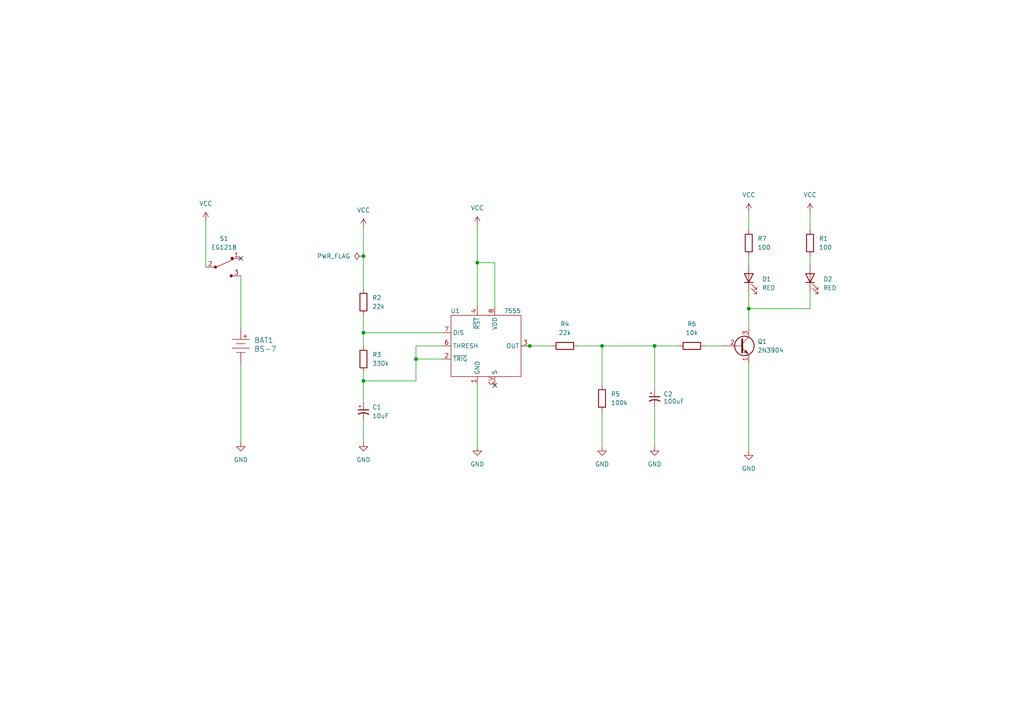
<source format=kicad_sch>
(kicad_sch (version 20230121) (generator eeschema)
  (paper "A4")
  (title_block (title "555 BADGE") (date "2024-01-26") (rev "v01") (comment 3 "License: CC by 4.0") (comment 4 "Author: Eduardo Garza"))
  (lib_symbols
    (symbol "555 Badge Library:7555"
      (property "Reference" "U" (at -8.89 10.16 0))
      (property "Value" "7555" (at 7.62 10.16 0))
      (symbol "7555_0_1"
        (rectangle (start -10.16 8.89) (end 10.16 -8.89))
      )
      (symbol "7555_1_1"
        (pin input line (at -2.54 -11.43 90) (length 2.54) (name "GND") (number "1"))
        (pin input line (at -12.7 -3.81 0) (length 2.54) (name "~{TRIG}") (number "2"))
        (pin input line (at 12.7 0 180) (length 2.54) (name "OUT") (number "3"))
        (pin input line (at -2.54 11.43 270) (length 2.54) (name "~{RST}") (number "4"))
        (pin input line (at -12.7 0 0) (length 2.54) (name "THRESH") (number "6"))
        (pin input line (at -12.7 3.81 0) (length 2.54) (name "DIS") (number "7"))
        (pin input line (at 2.54 11.43 270) (length 2.54) (name "VDD") (number "8"))
        (pin input line (at 2.54 -11.43 90) (length 2.54) (name "5") (number "CV"))
      )
    )
    (symbol "Device:C_Polarized_Small_US" (pin_numbers hide) (pin_names (offset 0.254) hide)
      (property "Reference" "C" (at 0.254 1.778 0))
      (property "Value" "C_Polarized_Small_US" (at 0.254 -2.032 0))
      (symbol "C_Polarized_Small_US_0_1"
        (polyline (pts (xy -1.524 0.508) (xy 1.524 0.508)) (stroke (width 0.3048)))
        (polyline (pts (xy -1.27 1.524) (xy -0.762 1.524)))
        (polyline (pts (xy -1.016 1.27) (xy -1.016 1.778)))
        (arc (start 1.524 -0.762) (mid 0 -0.3734) (end -1.524 -0.762) (stroke (width 0.3048)))
      )
      (symbol "C_Polarized_Small_US_1_1"
        (pin passive line (at 0 2.54 270) (length 2.032) (name "~") (number "1"))
        (pin passive line (at 0 -2.54 90) (length 2.032) (name "~") (number "2"))
      )
    )
    (symbol "Device:LED" (pin_numbers hide) (pin_names (offset 1.016) hide)
      (property "Reference" "D" (at 0 2.54 0))
      (property "Value" "LED" (at 0 -2.54 0))
      (symbol "LED_0_1"
        (polyline (pts (xy -1.27 -1.27) (xy -1.27 1.27)) (stroke (width 0.254)))
        (polyline (pts (xy -1.27 0) (xy 1.27 0)))
        (polyline (pts (xy 1.27 -1.27) (xy 1.27 1.27) (xy -1.27 0) (xy 1.27 -1.27)) (stroke (width 0.254)))
        (polyline (pts (xy -3.048 -0.762) (xy -4.572 -2.286) (xy -3.81 -2.286) (xy -4.572 -2.286) (xy -4.572 -1.524)))
        (polyline (pts (xy -1.778 -0.762) (xy -3.302 -2.286) (xy -2.54 -2.286) (xy -3.302 -2.286) (xy -3.302 -1.524)))
      )
      (symbol "LED_1_1"
        (pin passive line (at -3.81 0 0) (length 2.54) (name "K") (number "1"))
        (pin passive line (at 3.81 0 180) (length 2.54) (name "A") (number "2"))
      )
    )
    (symbol "Device:R" (pin_numbers hide) (pin_names (offset 0))
      (property "Reference" "R" (at 2.032 0 90))
      (property "Value" "R" (at 0 0 90))
      (symbol "R_0_1"
        (rectangle (start -1.016 -2.54) (end 1.016 2.54) (stroke (width 0.254)))
      )
      (symbol "R_1_1"
        (pin passive line (at 0 3.81 270) (length 1.27) (name "~") (number "1"))
        (pin passive line (at 0 -3.81 90) (length 1.27) (name "~") (number "2"))
      )
    )
    (symbol "Transistor_BJT:2N3904" (pin_names (offset 0) hide)
      (property "Reference" "Q" (at 5.08 1.905 0))
      (property "Value" "2N3904" (at 5.08 0 0))
      (symbol "2N3904_0_1"
        (polyline (pts (xy 0.635 0.635) (xy 2.54 2.54)))
        (polyline (pts (xy 0.635 -0.635) (xy 2.54 -2.54) (xy 2.54 -2.54)))
        (polyline (pts (xy 0.635 1.905) (xy 0.635 -1.905) (xy 0.635 -1.905)) (stroke (width 0.508)))
        (polyline (pts (xy 1.27 -1.778) (xy 1.778 -1.27) (xy 2.286 -2.286) (xy 1.27 -1.778) (xy 1.27 -1.778)) (fill (type outline)))
        (circle (center 1.27 0) (radius 2.8194) (stroke (width 0.254)))
      )
      (symbol "2N3904_1_1"
        (pin passive line (at 2.54 -5.08 90) (length 2.54) (name "E") (number "1"))
        (pin passive line (at -5.08 0 0) (length 5.715) (name "B") (number "2"))
        (pin passive line (at 2.54 5.08 270) (length 2.54) (name "C") (number "3"))
      )
    )
    (symbol "dk_Battery-Holders-Clips-Contacts:BS-7" (pin_numbers hide) (pin_names (offset 1.016))
      (property "Reference" "BAT" (at -1.27 3.81 0))
      (property "Value" "BS-7" (at -1.27 -3.81 0))
      (symbol "BS-7_1_1"
        (polyline (pts (xy 0 -2.54) (xy 0 -1.905)))
        (polyline (pts (xy 0 1.905) (xy 0 2.54)))
        (polyline (pts (xy 1.27 -1.905) (xy -1.27 -1.905)))
        (polyline (pts (xy 1.27 0.635) (xy -1.27 0.635)))
        (polyline (pts (xy 1.27 2.286) (xy 1.27 3.302)))
        (polyline (pts (xy 1.778 2.794) (xy 0.762 2.794)))
        (polyline (pts (xy 2.54 -0.635) (xy -2.54 -0.635)))
        (polyline (pts (xy 2.54 1.905) (xy -2.54 1.905)))
        (pin power_out line (at 0 -5.08 90) (length 2.54) (name "~") (number "Neg"))
        (pin power_out line (at 0 5.08 270) (length 2.54) (name "~") (number "Pos"))
      )
    )
    (symbol "dk_Slide-Switches:EG1218" (pin_names (offset 0))
      (property "Reference" "S" (at -3.81 2.286 0))
      (property "Value" "EG1218" (at 0 -5.334 0))
      (symbol "EG1218_0_1"
        (circle (center -2.286 0) (radius 0.3556) (fill (type outline)))
        (polyline (pts (xy -2.032 0) (xy 3.048 2.286)))
        (circle (center 2.286 -2.54) (radius 0.3556) (fill (type outline)))
        (circle (center 2.54 2.54) (radius 0.3556) (fill (type outline)))
      )
      (symbol "EG1218_1_1"
        (pin passive line (at 5.08 2.54 180) (length 2.54) (name "~") (number "1"))
        (pin passive line (at -5.08 0 0) (length 2.54) (name "~") (number "2"))
        (pin passive line (at 5.08 -2.54 180) (length 2.54) (name "~") (number "3"))
      )
    )
    (symbol "power:GND" (power) (pin_names (offset 0))
      (property "Value" "GND" (at 0 -3.81 0))
      (symbol "GND_0_1"
        (polyline (pts (xy 0 0) (xy 0 -1.27) (xy 1.27 -1.27) (xy 0 -2.54) (xy -1.27 -1.27) (xy 0 -1.27)))
      )
      (symbol "GND_1_1"
        (pin power_in line (at 0 0 270) (length 0) hide (name "GND") (number "1"))
      )
    )
    (symbol "power:PWR_FLAG" (power) (pin_numbers hide) (pin_names (offset 0) hide)
      (property "Value" "PWR_FLAG" (at 0 3.81 0))
      (symbol "PWR_FLAG_0_0"
        (pin power_out line (at 0 0 90) (length 0) (name "pwr") (number "1"))
      )
      (symbol "PWR_FLAG_0_1"
        (polyline (pts (xy 0 0) (xy 0 1.27) (xy -1.016 1.905) (xy 0 2.54) (xy 1.016 1.905) (xy 0 1.27)))
      )
    )
    (symbol "power:VCC" (power) (pin_names (offset 0))
      (property "Value" "VCC" (at 0 3.81 0))
      (symbol "VCC_0_1"
        (polyline (pts (xy -0.762 1.27) (xy 0 2.54)))
        (polyline (pts (xy 0 0) (xy 0 2.54)))
        (polyline (pts (xy 0 2.54) (xy 0.762 1.27)))
      )
      (symbol "VCC_1_1"
        (pin power_in line (at 0 0 90) (length 0) hide (name "VCC") (number "1"))
      )
    )
  )
  (junction (at 189.865 100.33))
  (junction (at 138.43 76.2))
  (junction (at 174.625 100.33))
  (junction (at 105.41 110.49))
  (junction (at 105.41 96.52))
  (junction (at 217.17 89.535))
  (junction (at 153.67 100.33))
  (junction (at 120.65 104.14))
  (junction (at 105.41 74.295))
  (no_connect (at 69.85 74.93))
  (no_connect (at 143.51 111.76))
  (wire (pts (xy 217.17 89.535) (xy 217.17 95.25)))
  (wire (pts (xy 143.51 88.9) (xy 143.51 76.2)))
  (wire (pts (xy 105.41 91.44) (xy 105.41 96.52)))
  (wire (pts (xy 120.65 110.49) (xy 105.41 110.49)))
  (wire (pts (xy 217.17 89.535) (xy 234.95 89.535)))
  (wire (pts (xy 234.95 74.295) (xy 234.95 76.835)))
  (wire (pts (xy 105.41 110.49) (xy 105.41 116.84)))
  (wire (pts (xy 204.47 100.33) (xy 209.55 100.33)))
  (wire (pts (xy 128.27 100.33) (xy 120.65 100.33)))
  (wire (pts (xy 143.51 76.2) (xy 138.43 76.2)))
  (wire (pts (xy 234.95 89.535) (xy 234.95 84.455)))
  (wire (pts (xy 120.65 104.14) (xy 128.27 104.14)))
  (wire (pts (xy 105.41 121.92) (xy 105.41 128.27)))
  (wire (pts (xy 234.95 61.595) (xy 234.95 66.675)))
  (wire (pts (xy 217.17 105.41) (xy 217.17 130.81)))
  (wire (pts (xy 153.67 100.33) (xy 160.02 100.33)))
  (wire (pts (xy 167.64 100.33) (xy 174.625 100.33)))
  (wire (pts (xy 120.65 104.14) (xy 120.65 110.49)))
  (wire (pts (xy 105.41 107.95) (xy 105.41 110.49)))
  (wire (pts (xy 174.625 111.76) (xy 174.625 100.33)))
  (wire (pts (xy 105.41 96.52) (xy 105.41 100.33)))
  (wire (pts (xy 174.625 129.54) (xy 174.625 119.38)))
  (wire (pts (xy 138.43 111.76) (xy 138.43 129.54)))
  (wire (pts (xy 138.43 76.2) (xy 138.43 88.9)))
  (wire (pts (xy 59.69 64.135) (xy 59.69 77.47)))
  (wire (pts (xy 174.625 100.33) (xy 189.865 100.33)))
  (wire (pts (xy 138.43 76.2) (xy 138.43 65.405)))
  (wire (pts (xy 105.41 83.82) (xy 105.41 74.295)))
  (wire (pts (xy 217.17 61.595) (xy 217.17 66.675)))
  (wire (pts (xy 217.17 74.295) (xy 217.17 76.835)))
  (wire (pts (xy 189.865 113.03) (xy 189.865 100.33)))
  (wire (pts (xy 151.13 100.33) (xy 153.67 100.33)))
  (wire (pts (xy 120.65 100.33) (xy 120.65 104.14)))
  (wire (pts (xy 189.865 129.54) (xy 189.865 118.11)))
  (wire (pts (xy 69.85 105.41) (xy 69.85 128.27)))
  (wire (pts (xy 105.41 74.295) (xy 105.41 66.04)))
  (wire (pts (xy 128.27 96.52) (xy 105.41 96.52)))
  (wire (pts (xy 189.865 100.33) (xy 196.85 100.33)))
  (wire (pts (xy 69.85 95.25) (xy 69.85 80.01)))
  (wire (pts (xy 217.17 89.535) (xy 217.17 84.455)))
  (symbol (lib_id "Device:R") (at 105.41 87.63 0) (unit 1)
    (property "Reference" "R2" (at 107.95 86.36 0) (effects (justify left)))
    (property "Value" "22k" (at 107.95 88.9 0) (effects (justify left)))
    (property "Footprint" "Resistor_THT:R_Axial_DIN0207_L6.3mm_D2.5mm_P7.62mm_Horizontal" (effects hide))
  )
  (symbol (lib_id "Device:R") (at 105.41 104.14 0) (unit 1)
    (property "Reference" "R3" (at 107.95 102.87 0) (effects (justify left)))
    (property "Value" "330k" (at 107.95 105.41 0) (effects (justify left)))
    (property "Footprint" "Resistor_THT:R_Axial_DIN0207_L6.3mm_D2.5mm_P7.62mm_Horizontal" (effects hide))
  )
  (symbol (lib_id "dk_Battery-Holders-Clips-Contacts:BS-7") (at 69.85 100.33 0) (unit 1)
    (property "Reference" "BAT1" (at 73.66 98.679 0) (effects (font (size 1.524 1.524)) (justify left)))
    (property "Value" "BS-7" (at 73.66 101.219 0) (effects (font (size 1.524 1.524)) (justify left)))
    (property "Footprint" "digikey-footprints:Battery_Holder_Coin_2032_BS-7" (effects hide))
    (property "Datasheet" "http://www.memoryprotectiondevices.com/datasheets/BS-7-datasheet.pdf" (effects hide))
    (property "Digi-Key_PN" "BS-7-ND" (effects hide))
    (property "MPN" "BS-7" (effects hide))
    (property "Category" "Battery Products" (effects hide))
    (property "Family" "Battery Holders, Clips, Contacts" (effects hide))
    (property "DK_Datasheet_Link" "http://www.memoryprotectiondevices.com/datasheets/BS-7-datasheet.pdf" (effects hide))
    (property "DK_Detail_Page" "/product-detail/en/mpd-memory-protection-devices/BS-7/BS-7-ND/389447" (effects hide))
    (property "Description" "BATTERY HOLDER COIN 20MM PC PIN" (effects hide))
    (property "Manufacturer" "MPD (Memory Protection Devices)" (effects hide))
    (property "Status" "Active" (effects hide))
  )
  (symbol (lib_id "power:PWR_FLAG") (at 105.41 74.295 90) (unit 1)
    (property "Reference" "#FLG01" (effects hide))
    (property "Value" "PWR_FLAG" (at 101.6 74.295 90) (effects (justify left)))
  )
  (symbol (lib_id "power:GND") (at 217.17 130.81 0) (unit 1)
    (property "Reference" "#PWR011" (effects hide))
    (property "Value" "GND" (at 217.17 135.89 0))
  )
  (symbol (lib_id "power:VCC") (at 234.95 61.595 0) (unit 1)
    (property "Reference" "#PWR08" (effects hide))
    (property "Value" "VCC" (at 234.95 56.515 0))
  )
  (symbol (lib_id "Device:LED") (at 217.17 80.645 90) (unit 1)
    (property "Reference" "D1" (at 220.98 80.9625 90) (effects (justify right)))
    (property "Value" "RED" (at 220.98 83.5025 90) (effects (justify right)))
    (property "Footprint" "LED_THT:LED_D3.0mm" (effects hide))
  )
  (symbol (lib_id "Device:R") (at 234.95 70.485 0) (unit 1)
    (property "Reference" "R1" (at 237.49 69.215 0) (effects (justify left)))
    (property "Value" "100" (at 237.49 71.755 0) (effects (justify left)))
    (property "Footprint" "Resistor_THT:R_Axial_DIN0207_L6.3mm_D2.5mm_P7.62mm_Horizontal" (effects hide))
  )
  (symbol (lib_id "power:VCC") (at 105.41 66.04 0) (unit 1)
    (property "Reference" "#PWR03" (effects hide))
    (property "Value" "VCC" (at 105.41 60.96 0))
  )
  (symbol (lib_id "Device:R") (at 163.83 100.33 270) (unit 1)
    (property "Reference" "R4" (at 163.83 93.98 90))
    (property "Value" "22k" (at 163.83 96.52 90))
    (property "Footprint" "Resistor_THT:R_Axial_DIN0207_L6.3mm_D2.5mm_P7.62mm_Horizontal" (effects hide))
  )
  (symbol (lib_id "power:VCC") (at 217.17 61.595 0) (unit 1)
    (property "Reference" "#PWR07" (effects hide))
    (property "Value" "VCC" (at 217.17 56.515 0))
  )
  (symbol (lib_id "power:GND") (at 174.625 129.54 0) (unit 1)
    (property "Reference" "#PWR09" (effects hide))
    (property "Value" "GND" (at 174.625 134.62 0))
  )
  (symbol (lib_id "Device:R") (at 174.625 115.57 0) (unit 1)
    (property "Reference" "R5" (at 177.165 114.3 0) (effects (justify left)))
    (property "Value" "100k" (at 177.165 116.84 0) (effects (justify left)))
    (property "Footprint" "Resistor_THT:R_Axial_DIN0207_L6.3mm_D2.5mm_P7.62mm_Horizontal" (effects hide))
  )
  (symbol (lib_id "Device:R") (at 200.66 100.33 90) (unit 1)
    (property "Reference" "R6" (at 200.66 93.98 90))
    (property "Value" "10k" (at 200.66 96.52 90))
    (property "Footprint" "Resistor_THT:R_Axial_DIN0207_L6.3mm_D2.5mm_P7.62mm_Horizontal" (effects hide))
  )
  (symbol (lib_id "power:GND") (at 105.41 128.27 0) (unit 1)
    (property "Reference" "#PWR02" (effects hide))
    (property "Value" "GND" (at 105.41 133.35 0))
  )
  (symbol (lib_id "Device:LED") (at 234.95 80.645 90) (unit 1)
    (property "Reference" "D2" (at 238.76 80.9625 90) (effects (justify right)))
    (property "Value" "RED" (at 238.76 83.5025 90) (effects (justify right)))
    (property "Footprint" "LED_THT:LED_D3.0mm" (effects hide))
  )
  (symbol (lib_id "Transistor_BJT:2N3904") (at 214.63 100.33 0) (unit 1)
    (property "Reference" "Q1" (at 219.71 99.06 0) (effects (justify left)))
    (property "Value" "2N3904" (at 219.71 101.6 0) (effects (justify left)))
    (property "Footprint" "digikey-footprints:TO-92-3" (effects hide))
    (property "Datasheet" "https://www.onsemi.com/pub/Collateral/2N3903-D.PDF" (effects hide))
  )
  (symbol (lib_id "power:GND") (at 138.43 129.54 0) (unit 1)
    (property "Reference" "#PWR04" (effects hide))
    (property "Value" "GND" (at 138.43 134.62 0))
  )
  (symbol (lib_id "Device:R") (at 217.17 70.485 0) (unit 1)
    (property "Reference" "R7" (at 219.71 69.215 0) (effects (justify left)))
    (property "Value" "100" (at 219.71 71.755 0) (effects (justify left)))
    (property "Footprint" "Resistor_THT:R_Axial_DIN0207_L6.3mm_D2.5mm_P7.62mm_Horizontal" (effects hide))
  )
  (symbol (lib_id "Device:C_Polarized_Small_US") (at 189.865 115.57 0) (unit 1)
    (property "Reference" "C2" (at 192.405 114.3 0) (effects (justify left)))
    (property "Value" "100uF" (at 192.405 116.4082 0) (effects (justify left)))
    (property "Footprint" "Capacitor_THT:CP_Radial_D5.0mm_P2.50mm" (effects hide))
  )
  (symbol (lib_id "power:GND") (at 189.865 129.54 0) (unit 1)
    (property "Reference" "#PWR010" (effects hide))
    (property "Value" "GND" (at 189.865 134.62 0))
  )
  (symbol (lib_id "dk_Slide-Switches:EG1218") (at 64.77 77.47 0) (unit 1)
    (property "Reference" "S1" (at 64.9732 69.215 0))
    (property "Value" "EG1218" (at 64.9732 71.755 0))
    (property "Footprint" "digikey-footprints:Switch_Slide_11.6x4mm_EG1218" (effects hide))
    (property "Datasheet" "http://spec_sheets.e-switch.com/specs/P040040.pdf" (effects hide))
    (property "Digi-Key_PN" "EG1903-ND" (effects hide))
    (property "MPN" "EG1218" (effects hide))
    (property "Category" "Switches" (effects hide))
    (property "Family" "Slide Switches" (effects hide))
    (property "DK_Datasheet_Link" "http://spec_sheets.e-switch.com/specs/P040040.pdf" (effects hide))
    (property "DK_Detail_Page" "/product-detail/en/e-switch/EG1218/EG1903-ND/101726" (effects hide))
    (property "Description" "SWITCH SLIDE SPDT 200MA 30V" (effects hide))
    (property "Manufacturer" "E-Switch" (effects hide))
    (property "Status" "Active" (effects hide))
  )
  (symbol (lib_id "power:VCC") (at 59.69 64.135 0) (unit 1)
    (property "Reference" "#PWR06" (effects hide))
    (property "Value" "VCC" (at 59.69 59.055 0))
  )
  (symbol (lib_id "555 Badge Library:7555") (at 140.97 100.33 0) (unit 1)
    (property "Reference" "U1" (at 132.08 90.17 0))
    (property "Value" "7555" (at 148.59 90.17 0))
    (property "Footprint" "555 Badge:ICM7555IPAZ-PDIP" (effects hide))
  )
  (symbol (lib_id "Device:C_Polarized_Small_US") (at 105.41 119.38 0) (unit 1)
    (property "Reference" "C1" (at 107.95 118.11 0) (effects (justify left)))
    (property "Value" "10uF" (at 107.95 120.65 0) (effects (justify left)))
    (property "Footprint" "Capacitor_THT:CP_Radial_D5.0mm_P2.00mm" (effects hide))
  )
  (symbol (lib_id "power:GND") (at 69.85 128.27 0) (unit 1)
    (property "Reference" "#PWR05" (effects hide))
    (property "Value" "GND" (at 69.85 133.35 0))
  )
  (symbol (lib_id "power:VCC") (at 138.43 65.405 0) (unit 1)
    (property "Reference" "#PWR01" (effects hide))
    (property "Value" "VCC" (at 138.43 60.325 0))
  )
)
</source>
